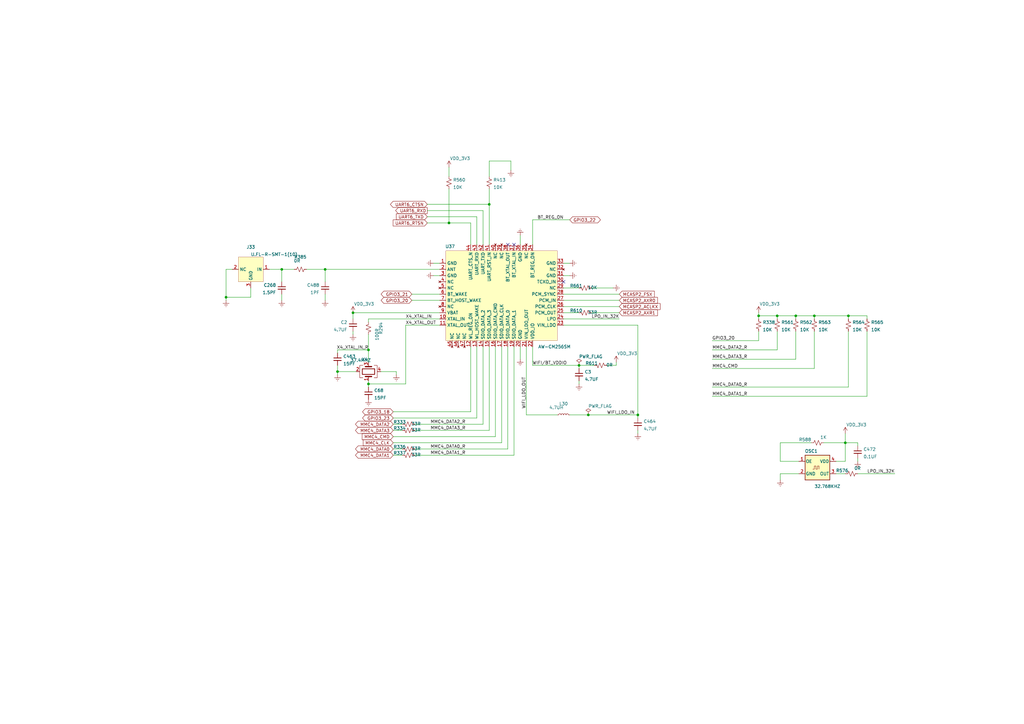
<source format=kicad_sch>
(kicad_sch (version 20210126) (generator eeschema)
  (paper "A3")
  (title_block (title "BeagleBone AI AM57x") (date "2021-01-15") (rev "Kicad-A1") (company "KiCad Services Corporation"))
  (lib_symbols
    (symbol "Device:C_Small" (pin_numbers hide) (pin_names (offset 0.254) hide)
      (property "Reference" "C" (at 0.254 1.778 0))
      (property "Value" "C_Small" (at 0.254 -2.032 0))
      (symbol "C_Small_0_1"
        (polyline (pts (xy -1.524 -0.508) (xy 1.524 -0.508)) (stroke (width 0.3302)))
        (polyline (pts (xy -1.524 0.508) (xy 1.524 0.508)) (stroke (width 0.3048)))
      )
      (symbol "C_Small_1_1"
        (pin passive line (at 0 2.54 270) (length 2.032) (name "~") (number "1"))
        (pin passive line (at 0 -2.54 90) (length 2.032) (name "~") (number "2"))
      )
    )
    (symbol "Device:Crystal_GND24" (pin_names (offset 1.016) hide)
      (property "Reference" "Y" (at 3.175 5.08 0))
      (property "Value" "Crystal_GND24" (at 3.175 3.175 0))
      (symbol "Crystal_GND24_0_1"
        (rectangle (start -1.143 2.54) (end 1.143 -2.54) (stroke (width 0.3048)))
        (polyline (pts (xy -2.54 0) (xy -2.032 0)))
        (polyline (pts (xy -2.032 -1.27) (xy -2.032 1.27)) (stroke (width 0.508)))
        (polyline (pts (xy 0 -3.81) (xy 0 -3.556)))
        (polyline (pts (xy 0 3.556) (xy 0 3.81)))
        (polyline (pts (xy 2.032 -1.27) (xy 2.032 1.27)) (stroke (width 0.508)))
        (polyline (pts (xy 2.032 0) (xy 2.54 0)))
        (polyline (pts (xy -2.54 -2.286) (xy -2.54 -3.556) (xy 2.54 -3.556) (xy 2.54 -2.286)))
        (polyline (pts (xy -2.54 2.286) (xy -2.54 3.556) (xy 2.54 3.556) (xy 2.54 2.286)))
      )
      (symbol "Crystal_GND24_1_1"
        (pin passive line (at -3.81 0 0) (length 1.27) (name "1") (number "1"))
        (pin passive line (at 0 5.08 270) (length 1.27) (name "2") (number "2"))
        (pin passive line (at 3.81 0 180) (length 1.27) (name "3") (number "3"))
        (pin passive line (at 0 -5.08 90) (length 1.27) (name "4") (number "4"))
      )
    )
    (symbol "Device:L_Small" (pin_numbers hide) (pin_names (offset 0.254) hide)
      (property "Reference" "L" (at 0.762 1.016 0))
      (property "Value" "L_Small" (at 0.762 -1.016 0))
      (symbol "L_Small_0_1"
        (arc (start 0 -2.032) (end 0 -1.016) (radius (at 0 -1.524) (length 0.508) (angles -89.9 89.9)))
        (arc (start 0 -1.016) (end 0 0) (radius (at 0 -0.508) (length 0.508) (angles -89.9 89.9)))
        (arc (start 0 0) (end 0 1.016) (radius (at 0 0.508) (length 0.508) (angles -89.9 89.9)))
        (arc (start 0 1.016) (end 0 2.032) (radius (at 0 1.524) (length 0.508) (angles -89.9 89.9)))
      )
      (symbol "L_Small_1_1"
        (pin passive line (at 0 2.54 270) (length 0.508) (name "~") (number "1"))
        (pin passive line (at 0 -2.54 90) (length 0.508) (name "~") (number "2"))
      )
    )
    (symbol "Device:R_Small_US" (pin_numbers hide) (pin_names (offset 0.254) hide)
      (property "Reference" "R" (at 0.762 0.508 0))
      (property "Value" "R_Small_US" (at 0.762 -1.016 0))
      (symbol "R_Small_US_1_1"
        (polyline (pts (xy 0 0) (xy 1.016 -0.381) (xy 0 -0.762) (xy -1.016 -1.143) (xy 0 -1.524)))
        (polyline (pts (xy 0 1.524) (xy 1.016 1.143) (xy 0 0.762) (xy -1.016 0.381) (xy 0 0)))
        (pin passive line (at 0 2.54 270) (length 1.016) (name "~") (number "1"))
        (pin passive line (at 0 -2.54 90) (length 1.016) (name "~") (number "2"))
      )
    )
    (symbol "beaglebone-ai:AW-CM256SM"
      (property "Reference" "U" (at -12.7 19.05 0))
      (property "Value" "AW-CM256SM" (at 30.48 -20.32 0))
      (symbol "AW-CM256SM_0_0"
        (pin power_in line (at -16.51 12.7 0) (length 2.54) (name "GND") (number "1"))
        (pin passive line (at -16.51 10.16 0) (length 2.54) (name "ANT") (number "2"))
        (pin power_in line (at -16.51 7.62 0) (length 2.54) (name "GND") (number "3"))
        (pin no_connect line (at -16.51 5.08 0) (length 2.54) (name "NC") (number "4"))
        (pin no_connect line (at -16.51 2.54 0) (length 2.54) (name "NC") (number "5"))
        (pin bidirectional line (at -16.51 0 0) (length 2.54) (name "BT_WAKE") (number "6"))
        (pin bidirectional line (at -16.51 -2.54 0) (length 2.54) (name "BT_HOST_WAKE") (number "7"))
        (pin no_connect line (at -16.51 -5.08 0) (length 2.54) (name "NC") (number "8"))
        (pin power_in line (at -16.51 -7.62 0) (length 2.54) (name "VBAT") (number "9"))
        (pin passive line (at -16.51 -10.16 0) (length 2.54) (name "XTAL_IN") (number "10"))
        (pin passive line (at -16.51 -12.7 0) (length 2.54) (name "XTAL_OUT") (number "11"))
        (pin bidirectional line (at -3.81 -21.59 90) (length 2.54) (name "WL_REG_ON") (number "12"))
        (pin bidirectional line (at -1.27 -21.59 90) (length 2.54) (name "WL_HOST_WAKE") (number "13"))
        (pin bidirectional line (at 1.27 -21.59 90) (length 2.54) (name "SDIO_DATA_2") (number "14"))
        (pin bidirectional line (at 3.81 -21.59 90) (length 2.54) (name "SDIO_DATA_3") (number "15"))
        (pin input line (at 6.35 -21.59 90) (length 2.54) (name "SDIO_DATA_CMD") (number "16"))
        (pin input line (at 8.89 -21.59 90) (length 2.54) (name "SDIO_DATA_CLK") (number "17"))
        (pin bidirectional line (at 11.43 -21.59 90) (length 2.54) (name "SDIO_DATA_0") (number "18"))
        (pin bidirectional line (at 13.97 -21.59 90) (length 2.54) (name "SDIO_DATA_1") (number "19"))
        (pin power_in line (at 16.51 -21.59 90) (length 2.54) (name "GND") (number "20"))
        (pin power_out line (at 19.05 -21.59 90) (length 2.54) (name "VIN_LDO_OUT") (number "21"))
        (pin power_in line (at 21.59 -21.59 90) (length 2.54) (name "VDD_IO") (number "22"))
        (pin power_in line (at 34.29 -12.7 180) (length 2.54) (name "VIN_LDO") (number "23"))
        (pin input line (at 34.29 -10.16 180) (length 2.54) (name "LPO") (number "24"))
        (pin output line (at 34.29 -7.62 180) (length 2.54) (name "PCM_OUT") (number "25"))
        (pin input line (at 34.29 -5.08 180) (length 2.54) (name "PCM_CLK") (number "26"))
        (pin input line (at 34.29 -2.54 180) (length 2.54) (name "PCM_IN") (number "27"))
        (pin input line (at 34.29 0 180) (length 2.54) (name "PCM_SYNC") (number "28"))
        (pin passive line (at 34.29 2.54 180) (length 2.54) (name "NC") (number "29"))
        (pin input line (at 34.29 5.08 180) (length 2.54) (name "TCXO_IN") (number "30"))
        (pin power_in line (at 34.29 7.62 180) (length 2.54) (name "GND") (number "31"))
        (pin no_connect line (at 34.29 10.16 180) (length 2.54) (name "NC") (number "32"))
        (pin power_in line (at 34.29 12.7 180) (length 2.54) (name "GND") (number "33"))
        (pin input line (at 21.59 20.32 270) (length 2.54) (name "BT_REG_ON") (number "34"))
        (pin no_connect line (at 19.05 20.32 270) (length 2.54) (name "NC") (number "35"))
        (pin power_in line (at 16.51 20.32 270) (length 2.54) (name "GND") (number "36"))
        (pin input line (at 13.97 20.32 270) (length 2.54) (name "BT_XTAL_IN") (number "37"))
        (pin output line (at 11.43 20.32 270) (length 2.54) (name "BT_XTAL_OUT") (number "38"))
        (pin no_connect line (at 8.89 20.32 270) (length 2.54) (name "NC") (number "39"))
        (pin no_connect line (at 6.35 20.32 270) (length 2.54) (name "NC") (number "40"))
        (pin input line (at 3.81 20.32 270) (length 2.54) (name "UART_RST_IN") (number "41"))
        (pin input line (at 1.27 20.32 270) (length 2.54) (name "UART_TXD") (number "42"))
        (pin output line (at -1.27 20.32 270) (length 2.54) (name "UART_RXD") (number "43"))
        (pin input line (at -3.81 20.32 270) (length 2.54) (name "UART_CTS_N") (number "44"))
        (pin no_connect line (at -11.43 -21.59 90) (length 2.54) (name "NC") (number "45"))
        (pin no_connect line (at -8.89 -21.59 90) (length 2.54) (name "NC") (number "46"))
        (pin no_connect line (at -6.35 -21.59 90) (length 2.54) (name "NC") (number "47"))
      )
      (symbol "AW-CM256SM_0_1"
        (rectangle (start -13.97 17.78) (end 31.75 -19.05) (stroke (width 0.0006)) (fill (type background)))
      )
    )
    (symbol "beaglebone-ai:U.FL-R-SMT-1(10)"
      (property "Reference" "U" (at -3.81 6.35 0))
      (property "Value" "U.FL-R-SMT-1(10)" (at 11.43 -7.62 0))
      (symbol "U.FL-R-SMT-1(10)_0_1"
        (rectangle (start -5.08 5.08) (end 5.08 -5.08) (stroke (width 0.0006)) (fill (type background)))
      )
      (symbol "U.FL-R-SMT-1(10)_1_1"
        (pin passive line (at -7.62 0 0) (length 2.54) (name "NC") (number "2"))
        (pin power_in line (at 0 -7.62 90) (length 2.54) (name "GND") (number "3"))
        (pin input line (at 7.62 0 180) (length 2.54) (name "IN") (number "1"))
      )
    )
    (symbol "beaglebone-ai:VDD_3V3" (power) (pin_names (offset 0))
      (property "Value" "VDD_3V3" (at 0 3.556 0))
      (symbol "VDD_3V3_0_1"
        (polyline (pts (xy -0.762 1.27) (xy 0 2.54)))
        (polyline (pts (xy 0 0) (xy 0 2.54)))
        (polyline (pts (xy 0 2.54) (xy 0.762 1.27)))
      )
      (symbol "VDD_3V3_1_1"
        (pin power_in line (at 0 0 90) (length 0) hide (name "VDD_3V3") (number "1"))
      )
    )
    (symbol "beaglebone-ai:X4S25X20" (pin_names (offset 0.254))
      (property "Reference" "OSC" (at -5.08 6.35 0))
      (property "Value" "X4S25X20" (at 1.27 -6.35 0))
      (symbol "X4S25X20_0_1"
        (rectangle (start -5.08 5.08) (end 5.08 -5.08) (stroke (width 0.254)) (fill (type background)))
        (polyline (pts (xy -1.905 -0.635) (xy -1.27 -0.635) (xy -1.27 0.635) (xy -0.635 0.635) (xy -0.635 -0.635) (xy 0 -0.635) (xy 0 0.635) (xy 0.635 0.635) (xy 0.635 -0.635)))
      )
      (symbol "X4S25X20_1_1"
        (pin input line (at -7.62 2.54 0) (length 2.54) (name "OE") (number "1"))
        (pin power_in line (at 7.62 2.54 180) (length 2.54) (name "VDD") (number "4"))
        (pin power_in line (at -7.62 -2.54 0) (length 2.54) (name "GND") (number "2"))
        (pin output line (at 7.62 -2.54 180) (length 2.54) (name "OUT") (number "3"))
      )
    )
    (symbol "power:Earth" (power) (pin_names (offset 0))
      (symbol "Earth_0_1"
        (polyline (pts (xy -0.635 -1.905) (xy 0.635 -1.905)))
        (polyline (pts (xy -0.127 -2.54) (xy 0.127 -2.54)))
        (polyline (pts (xy 0 -1.27) (xy 0 0)))
        (polyline (pts (xy 1.27 -1.27) (xy -1.27 -1.27)))
      )
      (symbol "Earth_1_1"
        (pin power_in line (at 0 0 270) (length 0) hide (name "Earth") (number "1"))
      )
    )
    (symbol "power:PWR_FLAG" (power) (pin_numbers hide) (pin_names (offset 0) hide)
      (property "Value" "PWR_FLAG" (at 0 3.81 0))
      (symbol "PWR_FLAG_0_0"
        (pin power_out line (at 0 0 90) (length 0) (name "pwr") (number "1"))
      )
      (symbol "PWR_FLAG_0_1"
        (polyline (pts (xy 0 0) (xy 0 1.27) (xy -1.016 1.905) (xy 0 2.54) (xy 1.016 1.905) (xy 0 1.27)))
      )
    )
  )
  (junction (at 92.71 121.92) (diameter 0.9144))
  (junction (at 115.57 110.49) (diameter 0.9144))
  (junction (at 133.35 110.49) (diameter 0.9144))
  (junction (at 138.43 152.4) (diameter 0.9144))
  (junction (at 144.78 128.27) (diameter 0.9144))
  (junction (at 151.13 143.51) (diameter 0.9144))
  (junction (at 151.13 157.48) (diameter 0.9144))
  (junction (at 184.15 91.44) (diameter 0.9144))
  (junction (at 200.66 83.82) (diameter 0.9144))
  (junction (at 237.49 149.86) (diameter 0.9144))
  (junction (at 241.3 170.18) (diameter 0.9144))
  (junction (at 261.62 170.18) (diameter 0.9144))
  (junction (at 311.15 129.54) (diameter 0.9144))
  (junction (at 318.77 129.54) (diameter 0.9144))
  (junction (at 326.39 129.54) (diameter 0.9144))
  (junction (at 334.01 129.54) (diameter 0.9144))
  (junction (at 346.71 181.61) (diameter 0.9144))
  (junction (at 347.98 129.54) (diameter 0.9144))
  (no_connect (at 208.28 100.33))
  (no_connect (at 210.82 100.33))
  (no_connect (at 231.14 115.57))
  (wire (pts (xy 92.71 110.49) (xy 92.71 121.92)))
  (wire (pts (xy 92.71 121.92) (xy 92.71 123.19)))
  (wire (pts (xy 92.71 121.92) (xy 102.87 121.92)))
  (wire (pts (xy 95.25 110.49) (xy 92.71 110.49)))
  (wire (pts (xy 102.87 121.92) (xy 102.87 118.11)))
  (wire (pts (xy 110.49 110.49) (xy 115.57 110.49)))
  (wire (pts (xy 115.57 110.49) (xy 115.57 115.57)))
  (wire (pts (xy 115.57 120.65) (xy 115.57 123.19)))
  (wire (pts (xy 120.65 110.49) (xy 115.57 110.49)))
  (wire (pts (xy 133.35 110.49) (xy 125.73 110.49)))
  (wire (pts (xy 133.35 110.49) (xy 133.35 115.57)))
  (wire (pts (xy 133.35 120.65) (xy 133.35 123.19)))
  (wire (pts (xy 138.43 143.51) (xy 138.43 144.78)))
  (wire (pts (xy 138.43 143.51) (xy 151.13 143.51)))
  (wire (pts (xy 138.43 149.86) (xy 138.43 152.4)))
  (wire (pts (xy 138.43 152.4) (xy 138.43 153.67)))
  (wire (pts (xy 138.43 152.4) (xy 146.05 152.4)))
  (wire (pts (xy 144.78 128.27) (xy 144.78 130.81)))
  (wire (pts (xy 144.78 135.89) (xy 144.78 137.16)))
  (wire (pts (xy 151.13 130.81) (xy 151.13 132.08)))
  (wire (pts (xy 151.13 137.16) (xy 151.13 143.51)))
  (wire (pts (xy 151.13 143.51) (xy 151.13 148.59)))
  (wire (pts (xy 151.13 156.21) (xy 151.13 157.48)))
  (wire (pts (xy 151.13 157.48) (xy 151.13 158.75)))
  (wire (pts (xy 151.13 157.48) (xy 166.37 157.48)))
  (wire (pts (xy 156.21 152.4) (xy 162.56 152.4)))
  (wire (pts (xy 161.29 168.91) (xy 193.04 168.91)))
  (wire (pts (xy 161.29 171.45) (xy 195.58 171.45)))
  (wire (pts (xy 161.29 173.99) (xy 165.1 173.99)))
  (wire (pts (xy 161.29 176.53) (xy 165.1 176.53)))
  (wire (pts (xy 161.29 179.07) (xy 203.2 179.07)))
  (wire (pts (xy 161.29 181.61) (xy 205.74 181.61)))
  (wire (pts (xy 161.29 184.15) (xy 165.1 184.15)))
  (wire (pts (xy 161.29 186.69) (xy 165.1 186.69)))
  (wire (pts (xy 162.56 152.4) (xy 162.56 153.67)))
  (wire (pts (xy 166.37 133.35) (xy 180.34 133.35)))
  (wire (pts (xy 166.37 157.48) (xy 166.37 133.35)))
  (wire (pts (xy 168.91 120.65) (xy 180.34 120.65)))
  (wire (pts (xy 168.91 123.19) (xy 180.34 123.19)))
  (wire (pts (xy 170.18 173.99) (xy 198.12 173.99)))
  (wire (pts (xy 170.18 176.53) (xy 200.66 176.53)))
  (wire (pts (xy 170.18 184.15) (xy 208.28 184.15)))
  (wire (pts (xy 170.18 186.69) (xy 210.82 186.69)))
  (wire (pts (xy 175.26 83.82) (xy 200.66 83.82)))
  (wire (pts (xy 175.26 86.36) (xy 198.12 86.36)))
  (wire (pts (xy 175.26 88.9) (xy 195.58 88.9)))
  (wire (pts (xy 175.26 91.44) (xy 184.15 91.44)))
  (wire (pts (xy 177.8 107.95) (xy 180.34 107.95)))
  (wire (pts (xy 177.8 113.03) (xy 180.34 113.03)))
  (wire (pts (xy 180.34 110.49) (xy 133.35 110.49)))
  (wire (pts (xy 180.34 128.27) (xy 144.78 128.27)))
  (wire (pts (xy 180.34 130.81) (xy 151.13 130.81)))
  (wire (pts (xy 184.15 68.58) (xy 184.15 72.39)))
  (wire (pts (xy 184.15 77.47) (xy 184.15 91.44)))
  (wire (pts (xy 184.15 91.44) (xy 193.04 91.44)))
  (wire (pts (xy 193.04 100.33) (xy 193.04 91.44)))
  (wire (pts (xy 193.04 142.24) (xy 193.04 168.91)))
  (wire (pts (xy 195.58 100.33) (xy 195.58 88.9)))
  (wire (pts (xy 195.58 142.24) (xy 195.58 171.45)))
  (wire (pts (xy 198.12 100.33) (xy 198.12 86.36)))
  (wire (pts (xy 198.12 142.24) (xy 198.12 173.99)))
  (wire (pts (xy 200.66 66.04) (xy 209.55 66.04)))
  (wire (pts (xy 200.66 72.39) (xy 200.66 66.04)))
  (wire (pts (xy 200.66 83.82) (xy 200.66 77.47)))
  (wire (pts (xy 200.66 100.33) (xy 200.66 83.82)))
  (wire (pts (xy 200.66 142.24) (xy 200.66 176.53)))
  (wire (pts (xy 203.2 142.24) (xy 203.2 179.07)))
  (wire (pts (xy 205.74 142.24) (xy 205.74 181.61)))
  (wire (pts (xy 208.28 142.24) (xy 208.28 184.15)))
  (wire (pts (xy 209.55 66.04) (xy 209.55 69.85)))
  (wire (pts (xy 210.82 142.24) (xy 210.82 186.69)))
  (wire (pts (xy 213.36 96.52) (xy 213.36 100.33)))
  (wire (pts (xy 213.36 142.24) (xy 213.36 147.32)))
  (wire (pts (xy 215.9 142.24) (xy 215.9 170.18)))
  (wire (pts (xy 215.9 170.18) (xy 228.6 170.18)))
  (wire (pts (xy 218.44 90.17) (xy 233.68 90.17)))
  (wire (pts (xy 218.44 100.33) (xy 218.44 90.17)))
  (wire (pts (xy 218.44 142.24) (xy 218.44 149.86)))
  (wire (pts (xy 218.44 149.86) (xy 237.49 149.86)))
  (wire (pts (xy 231.14 107.95) (xy 233.68 107.95)))
  (wire (pts (xy 231.14 113.03) (xy 233.68 113.03)))
  (wire (pts (xy 231.14 118.11) (xy 237.49 118.11)))
  (wire (pts (xy 231.14 120.65) (xy 254 120.65)))
  (wire (pts (xy 231.14 123.19) (xy 254 123.19)))
  (wire (pts (xy 231.14 125.73) (xy 254 125.73)))
  (wire (pts (xy 231.14 128.27) (xy 237.49 128.27)))
  (wire (pts (xy 231.14 130.81) (xy 254 130.81)))
  (wire (pts (xy 231.14 133.35) (xy 261.62 133.35)))
  (wire (pts (xy 233.68 170.18) (xy 241.3 170.18)))
  (wire (pts (xy 237.49 149.86) (xy 237.49 151.13)))
  (wire (pts (xy 237.49 149.86) (xy 243.84 149.86)))
  (wire (pts (xy 237.49 156.21) (xy 237.49 157.48)))
  (wire (pts (xy 241.3 170.18) (xy 261.62 170.18)))
  (wire (pts (xy 242.57 118.11) (xy 251.46 118.11)))
  (wire (pts (xy 242.57 128.27) (xy 254 128.27)))
  (wire (pts (xy 248.92 149.86) (xy 252.73 149.86)))
  (wire (pts (xy 252.73 149.86) (xy 252.73 148.59)))
  (wire (pts (xy 261.62 170.18) (xy 261.62 133.35)))
  (wire (pts (xy 261.62 170.18) (xy 261.62 171.45)))
  (wire (pts (xy 261.62 176.53) (xy 261.62 177.8)))
  (wire (pts (xy 292.1 139.7) (xy 311.15 139.7)))
  (wire (pts (xy 292.1 143.51) (xy 318.77 143.51)))
  (wire (pts (xy 292.1 147.32) (xy 326.39 147.32)))
  (wire (pts (xy 292.1 151.13) (xy 334.01 151.13)))
  (wire (pts (xy 292.1 158.75) (xy 347.98 158.75)))
  (wire (pts (xy 292.1 162.56) (xy 355.6 162.56)))
  (wire (pts (xy 311.15 128.27) (xy 311.15 129.54)))
  (wire (pts (xy 311.15 129.54) (xy 311.15 130.81)))
  (wire (pts (xy 311.15 129.54) (xy 318.77 129.54)))
  (wire (pts (xy 311.15 135.89) (xy 311.15 139.7)))
  (wire (pts (xy 318.77 129.54) (xy 318.77 130.81)))
  (wire (pts (xy 318.77 129.54) (xy 326.39 129.54)))
  (wire (pts (xy 318.77 135.89) (xy 318.77 143.51)))
  (wire (pts (xy 320.04 181.61) (xy 320.04 189.23)))
  (wire (pts (xy 320.04 189.23) (xy 327.66 189.23)))
  (wire (pts (xy 320.04 194.31) (xy 320.04 196.85)))
  (wire (pts (xy 326.39 129.54) (xy 326.39 130.81)))
  (wire (pts (xy 326.39 129.54) (xy 334.01 129.54)))
  (wire (pts (xy 326.39 135.89) (xy 326.39 147.32)))
  (wire (pts (xy 327.66 194.31) (xy 320.04 194.31)))
  (wire (pts (xy 332.74 181.61) (xy 320.04 181.61)))
  (wire (pts (xy 334.01 129.54) (xy 334.01 130.81)))
  (wire (pts (xy 334.01 129.54) (xy 347.98 129.54)))
  (wire (pts (xy 334.01 135.89) (xy 334.01 151.13)))
  (wire (pts (xy 342.9 189.23) (xy 346.71 189.23)))
  (wire (pts (xy 342.9 194.31) (xy 346.71 194.31)))
  (wire (pts (xy 346.71 177.8) (xy 346.71 181.61)))
  (wire (pts (xy 346.71 181.61) (xy 337.82 181.61)))
  (wire (pts (xy 346.71 181.61) (xy 346.71 189.23)))
  (wire (pts (xy 346.71 181.61) (xy 351.79 181.61)))
  (wire (pts (xy 347.98 129.54) (xy 347.98 130.81)))
  (wire (pts (xy 347.98 129.54) (xy 355.6 129.54)))
  (wire (pts (xy 347.98 135.89) (xy 347.98 158.75)))
  (wire (pts (xy 351.79 181.61) (xy 351.79 182.88)))
  (wire (pts (xy 351.79 187.96) (xy 351.79 189.23)))
  (wire (pts (xy 351.79 194.31) (xy 367.03 194.31)))
  (wire (pts (xy 355.6 129.54) (xy 355.6 130.81)))
  (wire (pts (xy 355.6 135.89) (xy 355.6 162.56)))
  (label "X4_XTAL_IN_R" (at 151.13 143.51 180))
  (label "X4_XTAL_IN" (at 166.37 130.81 0))
  (label "X4_XTAL_OUT" (at 166.37 133.35 0))
  (label "MMC4_DATA2_R" (at 176.53 173.99 0))
  (label "MMC4_DATA3_R" (at 176.53 176.53 0))
  (label "MMC4_DATA0_R" (at 176.53 184.15 0))
  (label "MMC4_DATA1_R" (at 176.53 186.69 0))
  (label "WIFI_LDO_OUT" (at 215.9 167.64 90))
  (label "WIFI{slash}BT_VDDIO" (at 218.44 149.86 0))
  (label "BT_REG_ON" (at 231.14 90.17 180))
  (label "WIFI_LDO_IN" (at 248.92 170.18 0))
  (label "LPO_IN_32K" (at 254 130.81 180))
  (label "GPIO3_20" (at 292.1 139.7 0))
  (label "MMC4_DATA2_R" (at 292.1 143.51 0))
  (label "MMC4_DATA3_R" (at 292.1 147.32 0))
  (label "MMC4_CMD" (at 292.1 151.13 0))
  (label "MMC4_DATA0_R" (at 292.1 158.75 0))
  (label "MMC4_DATA1_R" (at 292.1 162.56 0))
  (label "LPO_IN_32K" (at 367.03 194.31 180))
  (global_label "GPIO3_18" (shape bidirectional) (at 161.29 168.91 180) (property "Intersheet References" "${INTERSHEET_REFS}" (at 148.2815 168.8306 0) (effects (justify right))))
  (global_label "GPIO3_23" (shape bidirectional) (at 161.29 171.45 180) (property "Intersheet References" "${INTERSHEET_REFS}" (at 148.2815 171.3706 0) (effects (justify right))))
  (global_label "MMC4_DATA2" (shape bidirectional) (at 161.29 173.99 180) (property "Intersheet References" "${INTERSHEET_REFS}" (at 145.3786 173.9106 0) (effects (justify right))))
  (global_label "MMC4_DATA3" (shape bidirectional) (at 161.29 176.53 180) (property "Intersheet References" "${INTERSHEET_REFS}" (at 145.3786 176.4506 0) (effects (justify right))))
  (global_label "MMC4_CMD" (shape input) (at 161.29 179.07 180) (property "Intersheet References" "${INTERSHEET_REFS}" (at 147.0115 178.9906 0) (effects (justify right))))
  (global_label "MMC4_CLK" (shape input) (at 161.29 181.61 180) (property "Intersheet References" "${INTERSHEET_REFS}" (at 147.4348 181.5306 0) (effects (justify right))))
  (global_label "MMC4_DATA0" (shape bidirectional) (at 161.29 184.15 180) (property "Intersheet References" "${INTERSHEET_REFS}" (at 145.3786 184.0706 0) (effects (justify right))))
  (global_label "MMC4_DATA1" (shape bidirectional) (at 161.29 186.69 180) (property "Intersheet References" "${INTERSHEET_REFS}" (at 145.3786 186.6106 0) (effects (justify right))))
  (global_label "GPIO3_21" (shape bidirectional) (at 168.91 120.65 180) (property "Intersheet References" "${INTERSHEET_REFS}" (at 155.9015 120.5706 0) (effects (justify right))))
  (global_label "GPIO3_20" (shape bidirectional) (at 168.91 123.19 180) (property "Intersheet References" "${INTERSHEET_REFS}" (at 155.9015 123.1106 0) (effects (justify right))))
  (global_label "UART6_CTSN" (shape bidirectional) (at 175.26 83.82 180) (property "Intersheet References" "${INTERSHEET_REFS}" (at 159.7115 83.7406 0) (effects (justify right))))
  (global_label "UART6_RXD" (shape output) (at 175.26 86.36 180) (property "Intersheet References" "${INTERSHEET_REFS}" (at 160.7396 86.2806 0) (effects (justify right))))
  (global_label "UART6_TXD" (shape input) (at 175.26 88.9 180) (property "Intersheet References" "${INTERSHEET_REFS}" (at 161.0419 88.8206 0) (effects (justify right))))
  (global_label "UART6_RTSN" (shape input) (at 175.26 91.44 180) (property "Intersheet References" "${INTERSHEET_REFS}" (at 159.7115 91.3606 0) (effects (justify right))))
  (global_label "GPIO3_22" (shape bidirectional) (at 233.68 90.17 0) (property "Intersheet References" "${INTERSHEET_REFS}" (at 246.6885 90.0906 0) (effects (justify left))))
  (global_label "MCASP2_FSX" (shape input) (at 254 120.65 0) (property "Intersheet References" "${INTERSHEET_REFS}" (at 269.9114 120.5706 0) (effects (justify left))))
  (global_label "MCASP2_AXR0" (shape input) (at 254 123.19 0) (property "Intersheet References" "${INTERSHEET_REFS}" (at 271.1814 123.1106 0) (effects (justify left))))
  (global_label "MCASP2_ACLKX" (shape input) (at 254 125.73 0) (property "Intersheet References" "${INTERSHEET_REFS}" (at 272.27 125.6506 0) (effects (justify left))))
  (global_label "MCASP2_AXR1" (shape input) (at 254 128.27 0) (property "Intersheet References" "${INTERSHEET_REFS}" (at 271.1814 128.1906 0) (effects (justify left))))
  (symbol (lib_id "Device:L_Small") (at 231.14 170.18 90) (unit 1)
    (property "Reference" "L30" (at 231.14 165.589 90))
    (property "Value" "4.7UH" (at 231.14 167.887 90) (effects (justify left top)))
    (property "Footprint" "beaglebone-ai:L25X20" (effects hide))
    (property "Description" "Power Inductor,Magnetic shielded,4.7uH,1.05A,0.338ohm,2.5x2.0x1.2mm,SMD" (effects hide))
    (property "Manufacturer P/N" "VLS252012ET-4R7M" (effects hide))
    (property "MANUFACTURER" "TDK" (effects hide))
  )
  (symbol (lib_id "power:PWR_FLAG") (at 237.49 149.86 0) (unit 1)
    (property "Reference" "#FLG0106" (effects hide))
    (property "Value" "PWR_FLAG" (at 237.49 145.5356 0) (effects (justify left top)))
  )
  (symbol (lib_id "power:PWR_FLAG") (at 241.3 170.18 0) (unit 1)
    (property "Reference" "#FLG0105" (effects hide))
    (property "Value" "PWR_FLAG" (at 241.3 165.8556 0) (effects (justify left top)))
  )
  (symbol (lib_id "beaglebone-ai:VDD_3V3") (at 144.78 128.27 0) (unit 1)
    (property "Reference" "#PWR0411" (effects hide))
    (property "Value" "VDD_3V3" (at 145.1483 123.9456 0) (effects (justify left top)))
  )
  (symbol (lib_id "beaglebone-ai:VDD_3V3") (at 184.15 68.58 0) (unit 1)
    (property "Reference" "#PWR0408" (effects hide))
    (property "Value" "VDD_3V3" (at 184.5183 64.2556 0) (effects (justify left top)))
  )
  (symbol (lib_id "beaglebone-ai:VDD_3V3") (at 252.73 148.59 0) (unit 1)
    (property "Reference" "#PWR0422" (effects hide))
    (property "Value" "VDD_3V3" (at 253.0983 144.2656 0) (effects (justify left top)))
  )
  (symbol (lib_id "beaglebone-ai:VDD_3V3") (at 311.15 128.27 0) (unit 1)
    (property "Reference" "#PWR0548" (effects hide))
    (property "Value" "VDD_3V3" (at 311.5183 123.9456 0) (effects (justify left top)))
  )
  (symbol (lib_id "beaglebone-ai:VDD_3V3") (at 346.71 177.8 0) (unit 1)
    (property "Reference" "#PWR0282" (effects hide))
    (property "Value" "VDD_3V3" (at 347.0783 173.4756 0) (effects (justify left top)))
  )
  (symbol (lib_id "power:Earth") (at 92.71 123.19 0) (unit 1)
    (property "Reference" "#PWR0413" (effects hide))
    (property "Value" "Earth" (effects hide))
  )
  (symbol (lib_id "power:Earth") (at 115.57 123.19 0) (unit 1)
    (property "Reference" "#PWR0412" (effects hide))
    (property "Value" "Earth" (effects hide))
  )
  (symbol (lib_id "power:Earth") (at 133.35 123.19 0) (unit 1)
    (property "Reference" "#PWR0410" (effects hide))
    (property "Value" "Earth" (effects hide))
  )
  (symbol (lib_id "power:Earth") (at 138.43 153.67 0) (unit 1)
    (property "Reference" "#PWR0417" (effects hide))
    (property "Value" "Earth" (effects hide))
  )
  (symbol (lib_id "power:Earth") (at 144.78 137.16 0) (unit 1)
    (property "Reference" "#PWR0414" (effects hide))
    (property "Value" "Earth" (effects hide))
  )
  (symbol (lib_id "power:Earth") (at 151.13 163.83 0) (unit 1)
    (property "Reference" "#PWR0415" (effects hide))
    (property "Value" "Earth" (effects hide))
  )
  (symbol (lib_id "power:Earth") (at 162.56 153.67 0) (unit 1)
    (property "Reference" "#PWR0416" (effects hide))
    (property "Value" "Earth" (effects hide))
  )
  (symbol (lib_id "power:Earth") (at 177.8 107.95 270) (unit 1)
    (property "Reference" "#PWR0405" (effects hide))
    (property "Value" "Earth" (effects hide))
  )
  (symbol (lib_id "power:Earth") (at 177.8 113.03 270) (unit 1)
    (property "Reference" "#PWR0406" (effects hide))
    (property "Value" "Earth" (effects hide))
  )
  (symbol (lib_id "power:Earth") (at 209.55 69.85 0) (unit 1)
    (property "Reference" "#PWR0407" (effects hide))
    (property "Value" "Earth" (effects hide))
  )
  (symbol (lib_id "power:Earth") (at 213.36 96.52 180) (unit 1)
    (property "Reference" "#PWR0409" (effects hide))
    (property "Value" "Earth" (effects hide))
  )
  (symbol (lib_id "power:Earth") (at 213.36 147.32 0) (unit 1)
    (property "Reference" "#PWR0419" (effects hide))
    (property "Value" "Earth" (effects hide))
  )
  (symbol (lib_id "power:Earth") (at 233.68 107.95 90) (unit 1)
    (property "Reference" "#PWR0420" (effects hide))
    (property "Value" "Earth" (effects hide))
  )
  (symbol (lib_id "power:Earth") (at 233.68 113.03 90) (unit 1)
    (property "Reference" "#PWR0421" (effects hide))
    (property "Value" "Earth" (effects hide))
  )
  (symbol (lib_id "power:Earth") (at 237.49 157.48 0) (unit 1)
    (property "Reference" "#PWR0418" (effects hide))
    (property "Value" "Earth" (effects hide))
  )
  (symbol (lib_id "power:Earth") (at 251.46 118.11 90) (unit 1)
    (property "Reference" "#PWR0423" (effects hide))
    (property "Value" "Earth" (effects hide))
  )
  (symbol (lib_id "power:Earth") (at 261.62 177.8 0) (unit 1)
    (property "Reference" "#PWR0424" (effects hide))
    (property "Value" "Earth" (effects hide))
  )
  (symbol (lib_id "power:Earth") (at 320.04 196.85 0) (unit 1)
    (property "Reference" "#PWR0551" (effects hide))
    (property "Value" "Earth" (effects hide))
  )
  (symbol (lib_id "power:Earth") (at 351.79 189.23 0) (unit 1)
    (property "Reference" "#PWR0552" (effects hide))
    (property "Value" "Earth" (effects hide))
  )
  (symbol (lib_id "Device:R_Small_US") (at 123.19 110.49 90) (unit 1)
    (property "Reference" "R385" (at 123.19 105.391 90))
    (property "Value" "0R" (at 123.19 107.69 90) (effects (justify left top)))
    (property "Footprint" "beaglebone-ai:R0402" (effects hide))
    (property "Description" "RES,0R,+/-5%,1/16W,SMD0402" (effects hide))
    (property "Manufacturer" "YAGEO" (effects hide))
    (property "Manufacturer P/N" "RC0402JR-070RL" (effects hide))
    (property "Rating" "5%" (effects hide))
  )
  (symbol (lib_id "Device:R_Small_US") (at 151.13 134.62 0) (mirror x) (unit 1)
    (property "Reference" "R294" (at 156.229 134.62 90))
    (property "Value" "100R" (at 153.931 134.62 90) (effects (justify left top)))
    (property "Footprint" "beaglebone-ai:R0402" (effects hide))
    (property "Description" "RES,100R,+/-1%,1/16W,SMD0402,ALT_CODE:15052701" (effects hide))
    (property "Manufacturer" "YAGEO" (effects hide))
    (property "Manufacturer P/N" "RC0402FR-07100RL" (effects hide))
    (property "Rating" "1%" (effects hide))
  )
  (symbol (lib_id "Device:R_Small_US") (at 167.64 173.99 90) (mirror x) (unit 1)
    (property "Reference" "R333" (at 166.491 173.101 90) (effects (justify left)))
    (property "Value" "33R" (at 172.599 173.101 90) (effects (justify left top)))
    (property "Footprint" "beaglebone-ai:R0402" (effects hide))
    (property "Description" "RES,33R,+/-5%,1/16W,SMD0402" (effects hide))
    (property "Manufacturer" "YAGEO" (effects hide))
    (property "Manufacturer P/N" "RC0402JR-0733RL" (effects hide))
    (property "Rating" "5%" (effects hide))
  )
  (symbol (lib_id "Device:R_Small_US") (at 167.64 176.53 90) (mirror x) (unit 1)
    (property "Reference" "R334" (at 166.491 175.641 90) (effects (justify left)))
    (property "Value" "33R" (at 172.599 175.641 90) (effects (justify left top)))
    (property "Footprint" "beaglebone-ai:R0402" (effects hide))
    (property "Description" "RES,33R,+/-5%,1/16W,SMD0402" (effects hide))
    (property "Manufacturer" "YAGEO" (effects hide))
    (property "Manufacturer P/N" "RC0402JR-0733RL" (effects hide))
    (property "Rating" "5%" (effects hide))
  )
  (symbol (lib_id "Device:R_Small_US") (at 167.64 184.15 90) (mirror x) (unit 1)
    (property "Reference" "R336" (at 166.491 183.261 90) (effects (justify left)))
    (property "Value" "33R" (at 172.599 183.261 90) (effects (justify left top)))
    (property "Footprint" "beaglebone-ai:R0402" (effects hide))
    (property "Description" "RES,33R,+/-5%,1/16W,SMD0402" (effects hide))
    (property "Manufacturer" "YAGEO" (effects hide))
    (property "Manufacturer P/N" "RC0402JR-0733RL" (effects hide))
    (property "Rating" "5%" (effects hide))
  )
  (symbol (lib_id "Device:R_Small_US") (at 167.64 186.69 90) (mirror x) (unit 1)
    (property "Reference" "R337" (at 166.491 185.801 90) (effects (justify left)))
    (property "Value" "33R" (at 172.599 185.801 90) (effects (justify left top)))
    (property "Footprint" "beaglebone-ai:R0402" (effects hide))
    (property "Description" "RES,33R,+/-5%,1/16W,SMD0402" (effects hide))
    (property "Manufacturer" "YAGEO" (effects hide))
    (property "Manufacturer P/N" "RC0402JR-0733RL" (effects hide))
    (property "Rating" "5%" (effects hide))
  )
  (symbol (lib_id "Device:R_Small_US") (at 184.15 74.93 0) (unit 1)
    (property "Reference" "R560" (at 185.801 73.781 0) (effects (justify left)))
    (property "Value" "10K" (at 185.801 76.079 0) (effects (justify left top)))
    (property "Footprint" "beaglebone-ai:R0402" (effects hide))
    (property "Description" "RES,10K,+/-1%,1/16W,SMD0402" (effects hide))
    (property "Manufacturer" "YAGEO" (effects hide))
    (property "Manufacturer P/N" "RC0402FR-0710KL" (effects hide))
    (property "Rating" "1%" (effects hide))
  )
  (symbol (lib_id "Device:R_Small_US") (at 200.66 74.93 0) (unit 1)
    (property "Reference" "R413" (at 202.311 73.781 0) (effects (justify left)))
    (property "Value" "10K" (at 202.311 76.079 0) (effects (justify left top)))
    (property "Footprint" "beaglebone-ai:R0402" (effects hide))
    (property "Description" "RES,10K,+/-1%,1/16W,SMD0402" (effects hide))
    (property "Manufacturer" "YAGEO" (effects hide))
    (property "Manufacturer P/N" "RC0402FR-0710KL" (effects hide))
    (property "Rating" "1%" (effects hide))
  )
  (symbol (lib_id "Device:R_Small_US") (at 240.03 118.11 90) (mirror x) (unit 1)
    (property "Reference" "R661" (at 238.881 117.221 90) (effects (justify left)))
    (property "Value" "10K" (at 244.989 117.221 90) (effects (justify left top)))
    (property "Footprint" "beaglebone-ai:R0402" (effects hide))
    (property "Description" "RES,10K,+/-5%,1/16W,SMD0402" (effects hide))
    (property "Manufacturer" "YAGEO" (effects hide))
    (property "Manufacturer P/N" "RC0402JR-0710KL" (effects hide))
    (property "Rating" "5%" (effects hide))
  )
  (symbol (lib_id "Device:R_Small_US") (at 240.03 128.27 90) (mirror x) (unit 1)
    (property "Reference" "R610" (at 238.881 127.381 90) (effects (justify left)))
    (property "Value" "33R" (at 244.989 127.381 90) (effects (justify left top)))
    (property "Footprint" "beaglebone-ai:R0402" (effects hide))
    (property "Description" "RES,33R,+/-5%,1/16W,SMD0402" (effects hide))
    (property "Manufacturer" "YAGEO" (effects hide))
    (property "Manufacturer P/N" "RC0402JR-0733RL" (effects hide))
    (property "Rating" "5%" (effects hide))
  )
  (symbol (lib_id "Device:R_Small_US") (at 246.38 149.86 90) (mirror x) (unit 1)
    (property "Reference" "R611" (at 245.231 148.971 90) (effects (justify left)))
    (property "Value" "0R" (at 251.339 148.971 90) (effects (justify left top)))
    (property "Footprint" "beaglebone-ai:R0402" (effects hide))
    (property "Description" "RES,0R,+/-5%,1/16W,SMD0402" (effects hide))
    (property "Manufacturer" "YAGEO" (effects hide))
    (property "Manufacturer P/N" "RC0402JR-070RL" (effects hide))
    (property "Rating" "5%" (effects hide))
  )
  (symbol (lib_id "Device:R_Small_US") (at 311.15 133.35 0) (unit 1)
    (property "Reference" "R338" (at 312.801 132.201 0) (effects (justify left)))
    (property "Value" "10K" (at 312.801 134.499 0) (effects (justify left top)))
    (property "Footprint" "beaglebone-ai:R0402" (effects hide))
    (property "Description" "RES,10K,+/-1%,1/16W,SMD0402" (effects hide))
    (property "Manufacturer" "YAGEO" (effects hide))
    (property "Manufacturer P/N" "RC0402FR-0710KL" (effects hide))
    (property "Rating" "1%" (effects hide))
  )
  (symbol (lib_id "Device:R_Small_US") (at 318.77 133.35 0) (unit 1)
    (property "Reference" "R561" (at 320.421 132.201 0) (effects (justify left)))
    (property "Value" "10K" (at 320.421 134.499 0) (effects (justify left top)))
    (property "Footprint" "beaglebone-ai:R0402" (effects hide))
    (property "Description" "RES,10K,+/-1%,1/16W,SMD0402" (effects hide))
    (property "Manufacturer" "YAGEO" (effects hide))
    (property "Manufacturer P/N" "RC0402FR-0710KL" (effects hide))
    (property "Rating" "1%" (effects hide))
  )
  (symbol (lib_id "Device:R_Small_US") (at 326.39 133.35 0) (unit 1)
    (property "Reference" "R562" (at 328.041 132.201 0) (effects (justify left)))
    (property "Value" "10K" (at 328.041 134.499 0) (effects (justify left top)))
    (property "Footprint" "beaglebone-ai:R0402" (effects hide))
    (property "Description" "RES,10K,+/-1%,1/16W,SMD0402" (effects hide))
    (property "Manufacturer" "YAGEO" (effects hide))
    (property "Manufacturer P/N" "RC0402FR-0710KL" (effects hide))
    (property "Rating" "1%" (effects hide))
  )
  (symbol (lib_id "Device:R_Small_US") (at 334.01 133.35 0) (unit 1)
    (property "Reference" "R563" (at 335.661 132.201 0) (effects (justify left)))
    (property "Value" "10K" (at 335.661 134.499 0) (effects (justify left top)))
    (property "Footprint" "beaglebone-ai:R0402" (effects hide))
    (property "Description" "RES,10K,+/-1%,1/16W,SMD0402" (effects hide))
    (property "Manufacturer" "YAGEO" (effects hide))
    (property "Manufacturer P/N" "RC0402FR-0710KL" (effects hide))
    (property "Rating" "1%" (effects hide))
  )
  (symbol (lib_id "Device:R_Small_US") (at 335.28 181.61 90) (unit 1)
    (property "Reference" "R588" (at 330.2 180.321 90))
    (property "Value" "1K" (at 339.09 180.08 90) (effects (justify left top)))
    (property "Footprint" "beaglebone-ai:R0402" (effects hide))
    (property "Description" "RES,1K,+/-5%,1/16W,SMD0402" (effects hide))
    (property "Manufacturer" "YAGEO" (effects hide))
    (property "Manufacturer P/N" "RC0402JR-071KL" (effects hide))
    (property "Rating" "5%" (effects hide))
  )
  (symbol (lib_id "Device:R_Small_US") (at 347.98 133.35 0) (unit 1)
    (property "Reference" "R564" (at 349.631 132.201 0) (effects (justify left)))
    (property "Value" "10K" (at 349.631 134.499 0) (effects (justify left top)))
    (property "Footprint" "beaglebone-ai:R0402" (effects hide))
    (property "Description" "RES,10K,+/-1%,1/16W,SMD0402" (effects hide))
    (property "Manufacturer" "YAGEO" (effects hide))
    (property "Manufacturer P/N" "RC0402FR-0710KL" (effects hide))
    (property "Rating" "1%" (effects hide))
  )
  (symbol (lib_id "Device:R_Small_US") (at 349.25 194.31 90) (unit 1)
    (property "Reference" "R576" (at 345.44 193.021 90))
    (property "Value" "0R" (at 353.06 192.78 90) (effects (justify left top)))
    (property "Footprint" "beaglebone-ai:R0402" (effects hide))
    (property "Description" "RES,0R,+/-5%,1/16W,SMD0402" (effects hide))
    (property "Manufacturer" "YAGEO" (effects hide))
    (property "Manufacturer P/N" "RC0402JR-070RL" (effects hide))
    (property "Rating" "5%" (effects hide))
  )
  (symbol (lib_id "Device:R_Small_US") (at 355.6 133.35 0) (unit 1)
    (property "Reference" "R565" (at 357.251 132.201 0) (effects (justify left)))
    (property "Value" "10K" (at 357.251 134.499 0) (effects (justify left top)))
    (property "Footprint" "beaglebone-ai:R0402" (effects hide))
    (property "Description" "RES,10K,+/-1%,1/16W,SMD0402" (effects hide))
    (property "Manufacturer" "YAGEO" (effects hide))
    (property "Manufacturer P/N" "RC0402FR-0710KL" (effects hide))
    (property "Rating" "1%" (effects hide))
  )
  (symbol (lib_id "Device:C_Small") (at 115.57 118.11 0) (mirror y) (unit 1)
    (property "Reference" "C268" (at 113.246 116.961 0) (effects (justify left)))
    (property "Value" "1.5PF" (at 113.246 119.259 0) (effects (justify left top)))
    (property "Footprint" "beaglebone-ai:C0402" (effects hide))
    (property "Description" "Cap  Ceramic 1.5pF, +-0.25pF, 50V, C0G, 0402" (effects hide))
    (property "Manufacturer" "Murata" (effects hide))
    (property "Manufacturer P/N" "GRM1555C1H1R5CA01D" (effects hide))
    (property "Rating" "50V,C0G" (effects hide))
  )
  (symbol (lib_id "Device:C_Small") (at 133.35 118.11 0) (mirror y) (unit 1)
    (property "Reference" "C488" (at 131.026 116.961 0) (effects (justify left)))
    (property "Value" "1PF" (at 131.026 119.259 0) (effects (justify left top)))
    (property "Footprint" "beaglebone-ai:C0402" (effects hide))
    (property "Description" "CAP,1.0PF,+/-0.1PF,50V,SMD0402,LowESR,High-Q type" (effects hide))
    (property "Manufacturer" "Murata" (effects hide))
    (property "Manufacturer P/N" "GJM1555C1H1R0BB01D" (effects hide))
    (property "Rating" "50V,NP0" (effects hide))
  )
  (symbol (lib_id "Device:C_Small") (at 138.43 147.32 0) (unit 1)
    (property "Reference" "C463" (at 140.754 146.171 0) (effects (justify left)))
    (property "Value" "15PF" (at 140.754 148.469 0) (effects (justify left top)))
    (property "Footprint" "beaglebone-ai:C0402" (effects hide))
    (property "Description" "CAP,15pF,+/-2%,C0G,50V,SMD0402" (effects hide))
    (property "Manufacturer" "Murata" (effects hide))
    (property "Manufacturer P/N" "GRM1555C1H150GA01D" (effects hide))
    (property "Rating" "50V,C0G" (effects hide))
  )
  (symbol (lib_id "Device:C_Small") (at 144.78 133.35 0) (mirror y) (unit 1)
    (property "Reference" "C2" (at 142.456 132.201 0) (effects (justify left)))
    (property "Value" "4.7UF" (at 142.456 134.499 0) (effects (justify left top)))
    (property "Footprint" "beaglebone-ai:C0603" (effects hide))
    (property "Description" "CAP,4.7UF,+/-10%,X5R,10V,SMD0603" (effects hide))
    (property "Manufacturer" "Murata" (effects hide))
    (property "Manufacturer P/N" "GRM188R61A475KE15D" (effects hide))
    (property "Rating" "10V,X5R" (effects hide))
  )
  (symbol (lib_id "Device:C_Small") (at 151.13 161.29 0) (unit 1)
    (property "Reference" "C68" (at 153.454 160.141 0) (effects (justify left)))
    (property "Value" "15PF" (at 153.454 162.439 0) (effects (justify left top)))
    (property "Footprint" "beaglebone-ai:C0402" (effects hide))
    (property "Description" "CAP,15pF,+/-2%,C0G,50V,SMD0402" (effects hide))
    (property "Manufacturer" "Murata" (effects hide))
    (property "Manufacturer P/N" "GRM1555C1H150GA01D" (effects hide))
    (property "Rating" "50V,C0G" (effects hide))
  )
  (symbol (lib_id "Device:C_Small") (at 237.49 153.67 0) (unit 1)
    (property "Reference" "C3" (at 239.814 152.521 0) (effects (justify left)))
    (property "Value" "4.7UF" (at 239.814 154.819 0) (effects (justify left top)))
    (property "Footprint" "beaglebone-ai:C0603" (effects hide))
    (property "Description" "CAP,4.7UF,+/-10%,X5R,10V,SMD0603" (effects hide))
    (property "Manufacturer" "Murata" (effects hide))
    (property "Manufacturer P/N" "GRM188R61A475KE15D" (effects hide))
    (property "Rating" "10V,X5R" (effects hide))
  )
  (symbol (lib_id "Device:C_Small") (at 261.62 173.99 0) (unit 1)
    (property "Reference" "C464" (at 263.944 172.841 0) (effects (justify left)))
    (property "Value" "4.7UF" (at 263.944 175.139 0) (effects (justify left top)))
    (property "Footprint" "beaglebone-ai:C0603" (effects hide))
    (property "Description" "CAP,4.7UF,+/-10%,X5R,10V,SMD0603" (effects hide))
    (property "Manufacturer" "Murata" (effects hide))
    (property "Manufacturer P/N" "GRM188R61A475KE15D" (effects hide))
    (property "Rating" "10V,X5R" (effects hide))
  )
  (symbol (lib_id "Device:C_Small") (at 351.79 185.42 0) (unit 1)
    (property "Reference" "C472" (at 354.114 184.271 0) (effects (justify left)))
    (property "Value" "0.1UF" (at 354.1142 186.5693 0) (effects (justify left top)))
    (property "Footprint" "beaglebone-ai:C0402" (effects hide))
    (property "Description" "CAP,100NF,+/-10%,X7R,16V,SMD0402" (effects hide))
    (property "Manufacturer" "Murata" (effects hide))
    (property "Manufacturer P/N" "GRM155R71C104KA88D" (effects hide))
    (property "Rating" "16V,X7R" (effects hide))
  )
  (symbol (lib_id "Device:Crystal_GND24") (at 151.13 152.4 90) (unit 1)
    (property "Reference" "X4" (at 148.336 147.441 90) (effects (justify right)))
    (property "Value" "37.4MHZ" (at 152.146 148.469 90) (effects (justify left top)))
    (property "Footprint" "beaglebone-ai:X4S16X12" (effects hide))
    (property "Description" "XTAL,37.4MHz,12PF 1.6x1.2mm,,X37M400000S002, SMT TR" (effects hide))
    (property "Manufacturer" "AEL" (effects hide))
    (property "Manufacturer P/N" "X37M400000S002" (effects hide))
  )
  (symbol (lib_id "beaglebone-ai:X4S25X20") (at 335.28 191.77 0) (unit 1)
    (property "Reference" "OSC1" (at 332.74 185.02 0))
    (property "Value" "32.768KHZ" (at 334.01 198.748 0) (effects (justify left top)))
    (property "Footprint" "beaglebone-ai:X4S25X20" (effects hide))
    (property "Description" "Oscillator,1651-L3273-BTBQYA,32.768KHz,+/-30ppm,3.3V,2520-4 pads,SMD" (effects hide))
    (property "Manufacturer" "INTERQUIP" (effects hide))
    (property "Manufacturer P/N" "1651-L3273-BTBQYA" (effects hide))
    (property "Rating" "30PPM" (effects hide))
  )
  (symbol (lib_id "beaglebone-ai:U.FL-R-SMT-1(10)") (at 102.87 110.49 0) (unit 1)
    (property "Reference" "J33" (at 102.87 101.327 0))
    (property "Value" "U.FL-R-SMT-1(10)" (at 102.87 103.6252 0) (effects (justify left top)))
    (property "Footprint" "beaglebone-ai:ANT3S_26X26" (effects hide))
    (property "Description" "Connector,Coaxial Connector,U.FL-R-SMT-1,6GHZ,SMD,TR  U.FL-R-SMT-1(10) Packing for2,500 pcs/reel or U.FL-R-SMT-1(40) Packing for4,000 pcs/reel" (effects hide))
    (property "Manufacturer P/N" "U.FL-R-SMT-1(10)" (effects hide))
    (property "MANUFACTURER" "HIROSE" (effects hide))
  )
  (symbol (lib_id "beaglebone-ai:AW-CM256SM") (at 196.85 120.65 0) (unit 1)
    (property "Reference" "U37" (at 182.626 101.086 0) (effects (justify left)))
    (property "Value" "AW-CM256SM" (at 220.7261 141.4843 0) (effects (justify left top)))
    (property "Footprint" "beaglebone-ai:WLBT90P1200X1200X160-47N" (effects hide))
    (property "Description" "IEEE 802.11 a/b/g/n/ac WIFI with Bluetooth 4.2 combo SDIO and UART Stamp Module,AW-CM256SM,SMD" (effects hide))
    (property "Manufacturer" "AzureWave" (effects hide))
    (property "Manufacturer P/N" "AW-CM256SM" (effects hide))
  )
)
</source>
